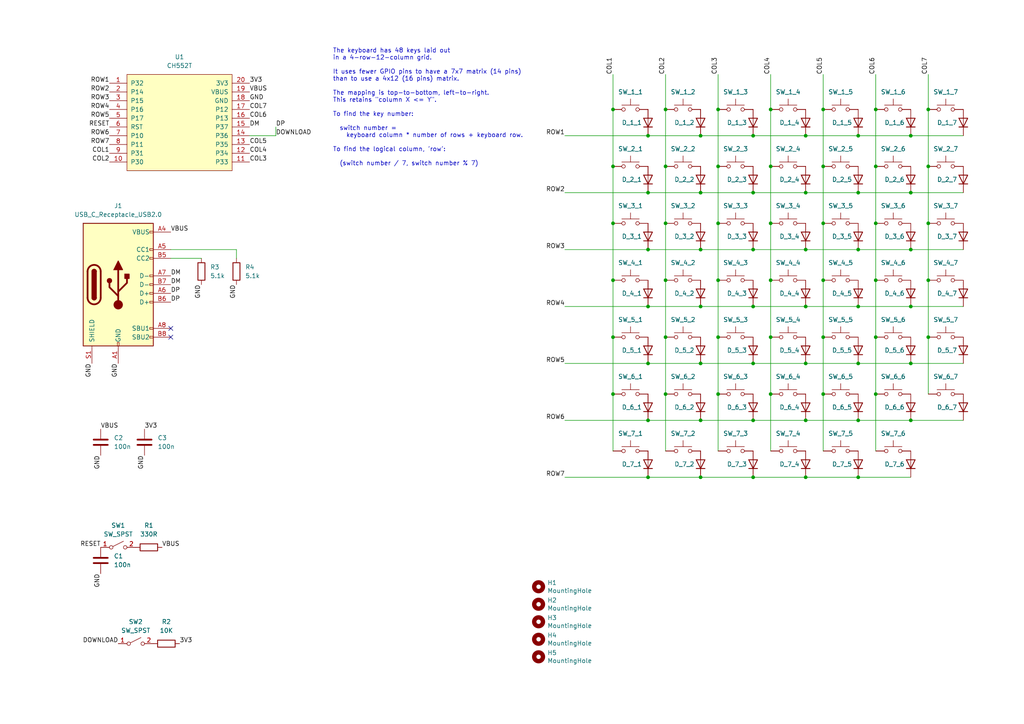
<source format=kicad_sch>
(kicad_sch (version 20230121) (generator eeschema)
  (paper "A4")
  (title_block (title "CH552-48") (date "2023-11-10") (rev "rev2023.1") (company "Richard Goulter (rgoulter)") (comment 1 "48-key on 7x7 logical grid.") (comment 2 "Simple 4x12 ortholinear keyboard using CH552 MCU.") (comment 3 "Project: https://github.com/rgoulter/keyboard-labs"))
  (lib_symbols
    (symbol "Connector:USB_C_Receptacle_USB2.0" (pin_names (offset 1.016))
      (property "Reference" "J" (at -10.16 19.05 0))
      (property "Value" "USB_C_Receptacle_USB2.0" (at 19.05 19.05 0))
      (symbol "USB_C_Receptacle_USB2.0_0_0"
        (rectangle (start -0.254 -17.78) (end 0.254 -16.764))
        (rectangle (start 10.16 -14.986) (end 9.144 -15.494))
        (rectangle (start 10.16 -12.446) (end 9.144 -12.954))
        (rectangle (start 10.16 -4.826) (end 9.144 -5.334))
        (rectangle (start 10.16 -2.286) (end 9.144 -2.794))
        (rectangle (start 10.16 0.254) (end 9.144 -0.254))
        (rectangle (start 10.16 2.794) (end 9.144 2.286))
        (rectangle (start 10.16 7.874) (end 9.144 7.366))
        (rectangle (start 10.16 10.414) (end 9.144 9.906))
        (rectangle (start 10.16 15.494) (end 9.144 14.986))
      )
      (symbol "USB_C_Receptacle_USB2.0_0_1"
        (rectangle (start -10.16 17.78) (end 10.16 -17.78) (stroke (width 0.254)) (fill (type background)))
        (arc (start -8.89 -3.81) (mid -6.985 -5.7067) (end -5.08 -3.81) (stroke (width 0.508)))
        (arc (start -7.62 -3.81) (mid -6.985 -4.4423) (end -6.35 -3.81) (stroke (width 0.254)))
        (arc (start -7.62 -3.81) (mid -6.985 -4.4423) (end -6.35 -3.81) (stroke (width 0.254)) (fill (type outline)))
        (rectangle (start -7.62 -3.81) (end -6.35 3.81) (stroke (width 0.254)) (fill (type outline)))
        (arc (start -6.35 3.81) (mid -6.985 4.4423) (end -7.62 3.81) (stroke (width 0.254)))
        (arc (start -6.35 3.81) (mid -6.985 4.4423) (end -7.62 3.81) (stroke (width 0.254)) (fill (type outline)))
        (arc (start -5.08 3.81) (mid -6.985 5.7067) (end -8.89 3.81) (stroke (width 0.508)))
        (circle (center -2.54 1.143) (radius 0.635) (stroke (width 0.254)) (fill (type outline)))
        (circle (center 0 -5.842) (radius 1.27) (fill (type outline)))
        (polyline (pts (xy -8.89 -3.81) (xy -8.89 3.81)) (stroke (width 0.508)))
        (polyline (pts (xy -5.08 3.81) (xy -5.08 -3.81)) (stroke (width 0.508)))
        (polyline (pts (xy 0 -5.842) (xy 0 4.318)) (stroke (width 0.508)))
        (polyline (pts (xy 0 -3.302) (xy -2.54 -0.762) (xy -2.54 0.508)) (stroke (width 0.508)))
        (polyline (pts (xy 0 -2.032) (xy 2.54 0.508) (xy 2.54 1.778)) (stroke (width 0.508)))
        (polyline (pts (xy -1.27 4.318) (xy 0 6.858) (xy 1.27 4.318) (xy -1.27 4.318)) (stroke (width 0.254)) (fill (type outline)))
        (rectangle (start 1.905 1.778) (end 3.175 3.048) (stroke (width 0.254)) (fill (type outline)))
      )
      (symbol "USB_C_Receptacle_USB2.0_1_1"
        (pin passive line (at 0 -22.86 90) (length 5.08) (name "GND") (number "A1"))
        (pin passive line (at 0 -22.86 90) (length 5.08) hide (name "GND") (number "A12"))
        (pin passive line (at 15.24 15.24 180) (length 5.08) (name "VBUS") (number "A4"))
        (pin bidirectional line (at 15.24 10.16 180) (length 5.08) (name "CC1") (number "A5"))
        (pin bidirectional line (at 15.24 -2.54 180) (length 5.08) (name "D+") (number "A6"))
        (pin bidirectional line (at 15.24 2.54 180) (length 5.08) (name "D-") (number "A7"))
        (pin bidirectional line (at 15.24 -12.7 180) (length 5.08) (name "SBU1") (number "A8"))
        (pin passive line (at 15.24 15.24 180) (length 5.08) hide (name "VBUS") (number "A9"))
        (pin passive line (at 0 -22.86 90) (length 5.08) hide (name "GND") (number "B1"))
        (pin passive line (at 0 -22.86 90) (length 5.08) hide (name "GND") (number "B12"))
        (pin passive line (at 15.24 15.24 180) (length 5.08) hide (name "VBUS") (number "B4"))
        (pin bidirectional line (at 15.24 7.62 180) (length 5.08) (name "CC2") (number "B5"))
        (pin bidirectional line (at 15.24 -5.08 180) (length 5.08) (name "D+") (number "B6"))
        (pin bidirectional line (at 15.24 0 180) (length 5.08) (name "D-") (number "B7"))
        (pin bidirectional line (at 15.24 -15.24 180) (length 5.08) (name "SBU2") (number "B8"))
        (pin passive line (at 15.24 15.24 180) (length 5.08) hide (name "VBUS") (number "B9"))
        (pin passive line (at -7.62 -22.86 90) (length 5.08) (name "SHIELD") (number "S1"))
      )
    )
    (symbol "Device:C" (pin_numbers hide) (pin_names (offset 0.254))
      (property "Reference" "C" (at 0.635 2.54 0))
      (property "Value" "C" (at 0.635 -2.54 0))
      (symbol "C_0_1"
        (polyline (pts (xy -2.032 -0.762) (xy 2.032 -0.762)) (stroke (width 0.508)))
        (polyline (pts (xy -2.032 0.762) (xy 2.032 0.762)) (stroke (width 0.508)))
      )
      (symbol "C_1_1"
        (pin passive line (at 0 3.81 270) (length 2.794) (name "~") (number "1"))
        (pin passive line (at 0 -3.81 90) (length 2.794) (name "~") (number "2"))
      )
    )
    (symbol "Device:D" (pin_numbers hide) (pin_names (offset 1.016) hide)
      (property "Reference" "D" (at 0 2.54 0))
      (property "Value" "D" (at 0 -2.54 0))
      (symbol "D_0_1"
        (polyline (pts (xy -1.27 1.27) (xy -1.27 -1.27)) (stroke (width 0.254)))
        (polyline (pts (xy 1.27 0) (xy -1.27 0)))
        (polyline (pts (xy 1.27 1.27) (xy 1.27 -1.27) (xy -1.27 0) (xy 1.27 1.27)) (stroke (width 0.254)))
      )
      (symbol "D_1_1"
        (pin passive line (at -3.81 0 0) (length 2.54) (name "K") (number "1"))
        (pin passive line (at 3.81 0 180) (length 2.54) (name "A") (number "2"))
      )
    )
    (symbol "Device:R" (pin_numbers hide) (pin_names (offset 0))
      (property "Reference" "R" (at 2.032 0 90))
      (property "Value" "R" (at 0 0 90))
      (symbol "R_0_1"
        (rectangle (start -1.016 -2.54) (end 1.016 2.54) (stroke (width 0.254)))
      )
      (symbol "R_1_1"
        (pin passive line (at 0 3.81 270) (length 1.27) (name "~") (number "1"))
        (pin passive line (at 0 -3.81 90) (length 1.27) (name "~") (number "2"))
      )
    )
    (symbol "Mechanical:MountingHole" (pin_names (offset 1.016))
      (property "Reference" "H" (at 0 5.08 0))
      (property "Value" "MountingHole" (at 0 3.175 0))
      (symbol "MountingHole_0_1"
        (circle (center 0 0) (radius 1.27) (stroke (width 1.27)))
      )
    )
    (symbol "ProjectLocal:CH552T" (pin_names (offset 1.016))
      (property "Reference" "U" (at -12.7 27.94 0))
      (property "Value" "CH552T" (at 0 12.7 90))
      (symbol "CH552T_0_1"
        (rectangle (start -15.24 25.4) (end 15.24 -2.54) (fill (type background)))
      )
      (symbol "CH552T_1_1"
        (pin bidirectional line (at -20.32 22.86 0) (length 5.08) (name "P32") (number "1"))
        (pin bidirectional line (at -20.32 0 0) (length 5.08) (name "P30") (number "10"))
        (pin bidirectional line (at 20.32 0 180) (length 5.08) (name "P33") (number "11"))
        (pin bidirectional line (at 20.32 2.54 180) (length 5.08) (name "P34") (number "12"))
        (pin bidirectional line (at 20.32 5.08 180) (length 5.08) (name "P35") (number "13"))
        (pin bidirectional line (at 20.32 7.62 180) (length 5.08) (name "P36") (number "14"))
        (pin bidirectional line (at 20.32 10.16 180) (length 5.08) (name "P37") (number "15"))
        (pin bidirectional line (at 20.32 12.7 180) (length 5.08) (name "P13") (number "16"))
        (pin bidirectional line (at 20.32 15.24 180) (length 5.08) (name "P12") (number "17"))
        (pin power_out line (at 20.32 17.78 180) (length 5.08) (name "GND") (number "18"))
        (pin power_out line (at 20.32 20.32 180) (length 5.08) (name "VBUS") (number "19"))
        (pin bidirectional line (at -20.32 20.32 0) (length 5.08) (name "P14") (number "2"))
        (pin power_out line (at 20.32 22.86 180) (length 5.08) (name "3V3") (number "20"))
        (pin bidirectional line (at -20.32 17.78 0) (length 5.08) (name "P15") (number "3"))
        (pin bidirectional line (at -20.32 15.24 0) (length 5.08) (name "P16") (number "4"))
        (pin bidirectional line (at -20.32 12.7 0) (length 5.08) (name "P17") (number "5"))
        (pin bidirectional line (at -20.32 10.16 0) (length 5.08) (name "RST") (number "6"))
        (pin bidirectional line (at -20.32 7.62 0) (length 5.08) (name "P10") (number "7"))
        (pin bidirectional line (at -20.32 5.08 0) (length 5.08) (name "P11") (number "8"))
        (pin bidirectional line (at -20.32 2.54 0) (length 5.08) (name "P31") (number "9"))
      )
    )
    (symbol "Switch:SW_Push" (pin_numbers hide) (pin_names (offset 1.016) hide)
      (property "Reference" "SW" (at 1.27 2.54 0))
      (property "Value" "SW_Push" (at 0 -1.524 0))
      (symbol "SW_Push_0_1"
        (circle (center -2.032 0) (radius 0.508))
        (polyline (pts (xy 0 1.27) (xy 0 3.048)))
        (polyline (pts (xy 2.54 1.27) (xy -2.54 1.27)))
        (circle (center 2.032 0) (radius 0.508))
        (pin passive line (at -5.08 0 0) (length 2.54) (name "1") (number "1"))
        (pin passive line (at 5.08 0 180) (length 2.54) (name "2") (number "2"))
      )
    )
    (symbol "Switch:SW_SPST" (pin_names (offset 0) hide)
      (property "Reference" "SW" (at 0 3.175 0))
      (property "Value" "SW_SPST" (at 0 -2.54 0))
      (symbol "SW_SPST_0_0"
        (circle (center -2.032 0) (radius 0.508))
        (polyline (pts (xy -1.524 0.254) (xy 1.524 1.778)))
        (circle (center 2.032 0) (radius 0.508))
      )
      (symbol "SW_SPST_1_1"
        (pin passive line (at -5.08 0 0) (length 2.54) (name "A") (number "1"))
        (pin passive line (at 5.08 0 180) (length 2.54) (name "B") (number "2"))
      )
    )
  )
  (junction (at 238.76 97.79))
  (junction (at 233.68 72.39))
  (junction (at 208.28 31.75))
  (junction (at 238.76 81.28))
  (junction (at 218.44 105.41))
  (junction (at 203.2 39.37))
  (junction (at 177.8 48.26))
  (junction (at 233.68 138.43))
  (junction (at 208.28 97.79))
  (junction (at 248.92 138.43))
  (junction (at 187.96 55.88))
  (junction (at 233.68 121.92))
  (junction (at 269.24 81.28))
  (junction (at 223.52 31.75))
  (junction (at 193.04 81.28))
  (junction (at 269.24 64.77))
  (junction (at 193.04 114.3))
  (junction (at 187.96 121.92))
  (junction (at 254 48.26))
  (junction (at 218.44 55.88))
  (junction (at 223.52 81.28))
  (junction (at 233.68 88.9))
  (junction (at 233.68 39.37))
  (junction (at 187.96 88.9))
  (junction (at 264.16 72.39))
  (junction (at 248.92 88.9))
  (junction (at 208.28 48.26))
  (junction (at 177.8 31.75))
  (junction (at 238.76 48.26))
  (junction (at 218.44 121.92))
  (junction (at 218.44 39.37))
  (junction (at 203.2 105.41))
  (junction (at 264.16 88.9))
  (junction (at 248.92 72.39))
  (junction (at 193.04 64.77))
  (junction (at 254 97.79))
  (junction (at 238.76 114.3))
  (junction (at 193.04 48.26))
  (junction (at 203.2 72.39))
  (junction (at 218.44 138.43))
  (junction (at 248.92 39.37))
  (junction (at 223.52 114.3))
  (junction (at 238.76 64.77))
  (junction (at 254 81.28))
  (junction (at 233.68 55.88))
  (junction (at 203.2 121.92))
  (junction (at 177.8 64.77))
  (junction (at 193.04 31.75))
  (junction (at 254 114.3))
  (junction (at 233.68 105.41))
  (junction (at 269.24 48.26))
  (junction (at 223.52 97.79))
  (junction (at 264.16 105.41))
  (junction (at 177.8 81.28))
  (junction (at 254 31.75))
  (junction (at 238.76 31.75))
  (junction (at 218.44 72.39))
  (junction (at 269.24 97.79))
  (junction (at 203.2 55.88))
  (junction (at 248.92 121.92))
  (junction (at 269.24 31.75))
  (junction (at 187.96 72.39))
  (junction (at 187.96 138.43))
  (junction (at 264.16 39.37))
  (junction (at 203.2 138.43))
  (junction (at 264.16 55.88))
  (junction (at 223.52 48.26))
  (junction (at 177.8 97.79))
  (junction (at 193.04 97.79))
  (junction (at 254 64.77))
  (junction (at 208.28 64.77))
  (junction (at 223.52 64.77))
  (junction (at 187.96 39.37))
  (junction (at 187.96 105.41))
  (junction (at 248.92 105.41))
  (junction (at 203.2 88.9))
  (junction (at 208.28 114.3))
  (junction (at 264.16 121.92))
  (junction (at 248.92 55.88))
  (junction (at 218.44 88.9))
  (junction (at 208.28 81.28))
  (junction (at 177.8 114.3))
  (no_connect (at 49.53 95.25))
  (no_connect (at 49.53 97.79))
  (wire (pts (xy 238.76 114.3) (xy 238.76 130.81)))
  (wire (pts (xy 269.24 64.77) (xy 269.24 81.28)))
  (wire (pts (xy 223.52 21.59) (xy 223.52 31.75)))
  (wire (pts (xy 269.24 48.26) (xy 269.24 64.77)))
  (wire (pts (xy 264.16 72.39) (xy 279.4 72.39)))
  (wire (pts (xy 203.2 39.37) (xy 218.44 39.37)))
  (wire (pts (xy 233.68 72.39) (xy 248.92 72.39)))
  (wire (pts (xy 177.8 114.3) (xy 177.8 130.81)))
  (wire (pts (xy 254 81.28) (xy 254 97.79)))
  (wire (pts (xy 163.83 121.92) (xy 187.96 121.92)))
  (wire (pts (xy 208.28 31.75) (xy 208.28 48.26)))
  (wire (pts (xy 187.96 72.39) (xy 203.2 72.39)))
  (wire (pts (xy 208.28 81.28) (xy 208.28 97.79)))
  (wire (pts (xy 208.28 64.77) (xy 208.28 81.28)))
  (wire (pts (xy 264.16 88.9) (xy 279.4 88.9)))
  (wire (pts (xy 203.2 105.41) (xy 218.44 105.41)))
  (wire (pts (xy 248.92 72.39) (xy 264.16 72.39)))
  (wire (pts (xy 187.96 138.43) (xy 163.83 138.43)))
  (wire (pts (xy 248.92 88.9) (xy 264.16 88.9)))
  (wire (pts (xy 223.52 81.28) (xy 223.52 97.79)))
  (wire (pts (xy 248.92 55.88) (xy 264.16 55.88)))
  (wire (pts (xy 187.96 138.43) (xy 203.2 138.43)))
  (wire (pts (xy 218.44 72.39) (xy 233.68 72.39)))
  (wire (pts (xy 264.16 55.88) (xy 279.4 55.88)))
  (wire (pts (xy 248.92 138.43) (xy 264.16 138.43)))
  (wire (pts (xy 238.76 81.28) (xy 238.76 97.79)))
  (wire (pts (xy 264.16 121.92) (xy 279.4 121.92)))
  (wire (pts (xy 264.16 105.41) (xy 279.4 105.41)))
  (wire (pts (xy 254 97.79) (xy 254 114.3)))
  (wire (pts (xy 187.96 39.37) (xy 203.2 39.37)))
  (wire (pts (xy 254 48.26) (xy 254 64.77)))
  (wire (pts (xy 218.44 121.92) (xy 233.68 121.92)))
  (wire (pts (xy 187.96 55.88) (xy 163.83 55.88)))
  (wire (pts (xy 269.24 81.28) (xy 269.24 97.79)))
  (wire (pts (xy 254 64.77) (xy 254 81.28)))
  (wire (pts (xy 233.68 121.92) (xy 248.92 121.92)))
  (wire (pts (xy 233.68 88.9) (xy 248.92 88.9)))
  (wire (pts (xy 193.04 81.28) (xy 193.04 97.79)))
  (wire (pts (xy 233.68 138.43) (xy 248.92 138.43)))
  (wire (pts (xy 233.68 105.41) (xy 248.92 105.41)))
  (wire (pts (xy 203.2 55.88) (xy 218.44 55.88)))
  (wire (pts (xy 177.8 48.26) (xy 177.8 64.77)))
  (wire (pts (xy 187.96 72.39) (xy 163.83 72.39)))
  (wire (pts (xy 193.04 31.75) (xy 193.04 48.26)))
  (wire (pts (xy 193.04 64.77) (xy 193.04 81.28)))
  (wire (pts (xy 193.04 97.79) (xy 193.04 114.3)))
  (wire (pts (xy 49.53 74.93) (xy 58.42 74.93)))
  (wire (pts (xy 238.76 64.77) (xy 238.76 81.28)))
  (wire (pts (xy 248.92 39.37) (xy 264.16 39.37)))
  (wire (pts (xy 203.2 121.92) (xy 218.44 121.92)))
  (wire (pts (xy 223.52 114.3) (xy 223.52 130.81)))
  (wire (pts (xy 177.8 97.79) (xy 177.8 114.3)))
  (wire (pts (xy 254 114.3) (xy 254 130.81)))
  (wire (pts (xy 208.28 48.26) (xy 208.28 64.77)))
  (wire (pts (xy 49.53 72.39) (xy 68.58 72.39)))
  (wire (pts (xy 193.04 48.26) (xy 193.04 64.77)))
  (wire (pts (xy 269.24 21.59) (xy 269.24 31.75)))
  (wire (pts (xy 177.8 64.77) (xy 177.8 81.28)))
  (wire (pts (xy 248.92 121.92) (xy 264.16 121.92)))
  (wire (pts (xy 248.92 105.41) (xy 264.16 105.41)))
  (wire (pts (xy 223.52 48.26) (xy 223.52 64.77)))
  (wire (pts (xy 203.2 72.39) (xy 218.44 72.39)))
  (wire (pts (xy 254 21.59) (xy 254 31.75)))
  (wire (pts (xy 68.58 74.93) (xy 68.58 72.39)))
  (wire (pts (xy 203.2 138.43) (xy 218.44 138.43)))
  (wire (pts (xy 80.01 36.83) (xy 80.01 39.37)))
  (wire (pts (xy 223.52 31.75) (xy 223.52 48.26)))
  (wire (pts (xy 208.28 21.59) (xy 208.28 31.75)))
  (wire (pts (xy 269.24 97.79) (xy 269.24 114.3)))
  (wire (pts (xy 193.04 21.59) (xy 193.04 31.75)))
  (wire (pts (xy 269.24 31.75) (xy 269.24 48.26)))
  (wire (pts (xy 223.52 64.77) (xy 223.52 81.28)))
  (wire (pts (xy 264.16 39.37) (xy 279.4 39.37)))
  (wire (pts (xy 238.76 48.26) (xy 238.76 64.77)))
  (wire (pts (xy 208.28 97.79) (xy 208.28 114.3)))
  (wire (pts (xy 218.44 88.9) (xy 233.68 88.9)))
  (wire (pts (xy 208.28 114.3) (xy 208.28 130.81)))
  (wire (pts (xy 218.44 55.88) (xy 233.68 55.88)))
  (wire (pts (xy 163.83 88.9) (xy 187.96 88.9)))
  (wire (pts (xy 187.96 121.92) (xy 203.2 121.92)))
  (wire (pts (xy 254 31.75) (xy 254 48.26)))
  (wire (pts (xy 238.76 31.75) (xy 238.76 48.26)))
  (wire (pts (xy 218.44 138.43) (xy 233.68 138.43)))
  (wire (pts (xy 233.68 39.37) (xy 248.92 39.37)))
  (wire (pts (xy 203.2 88.9) (xy 218.44 88.9)))
  (wire (pts (xy 233.68 55.88) (xy 248.92 55.88)))
  (wire (pts (xy 72.39 39.37) (xy 80.01 39.37)))
  (wire (pts (xy 187.96 39.37) (xy 163.83 39.37)))
  (wire (pts (xy 187.96 88.9) (xy 203.2 88.9)))
  (wire (pts (xy 193.04 114.3) (xy 193.04 130.81)))
  (wire (pts (xy 223.52 97.79) (xy 223.52 114.3)))
  (wire (pts (xy 187.96 55.88) (xy 203.2 55.88)))
  (wire (pts (xy 177.8 81.28) (xy 177.8 97.79)))
  (wire (pts (xy 238.76 97.79) (xy 238.76 114.3)))
  (wire (pts (xy 238.76 21.59) (xy 238.76 31.75)))
  (wire (pts (xy 177.8 31.75) (xy 177.8 48.26)))
  (wire (pts (xy 187.96 105.41) (xy 163.83 105.41)))
  (wire (pts (xy 187.96 105.41) (xy 203.2 105.41)))
  (wire (pts (xy 218.44 105.41) (xy 233.68 105.41)))
  (wire (pts (xy 177.8 21.59) (xy 177.8 31.75)))
  (wire (pts (xy 218.44 39.37) (xy 233.68 39.37)))
  (text "The keyboard has 48 keys laid out\nin a 4-row-12-column grid.\n\nIt uses fewer GPIO pins to have a 7x7 matrix (14 pins)\nthan to use a 4x12 (16 pins) matrix.\n\nThe mapping is top-to-bottom, left-to-right.\nThis retains \"column X <= Y\".\n\nTo find the key number:\n\n  switch number =\n    keyboard column * number of rows + keyboard row.\n\nTo find the logical column, 'row':\n\n  (switch number / 7, switch number % 7)" (at 96.52 48.26 0) (effects (font (size 1.27 1.27)) (justify left bottom)))
  (label "3V3" (at 72.39 24.13 0))
  (label "COL4" (at 223.52 21.59 90))
  (label "ROW2" (at 163.83 55.88 180))
  (label "RESET" (at 29.21 158.75 180))
  (label "GND" (at 29.21 132.08 270))
  (label "COL1" (at 177.8 21.59 90))
  (label "VBUS" (at 29.21 124.46 0))
  (label "COL2" (at 193.04 21.59 90))
  (label "COL5" (at 238.76 21.59 90))
  (label "RESET" (at 31.75 36.83 180))
  (label "COL6" (at 72.39 34.29 0))
  (label "COL4" (at 72.39 44.45 0))
  (label "GND" (at 26.67 105.41 270))
  (label "ROW4" (at 163.83 88.9 180))
  (label "VBUS" (at 49.53 67.31 0))
  (label "DP" (at 49.53 87.63 0))
  (label "3V3" (at 41.91 124.46 0))
  (label "DM" (at 49.53 82.55 0))
  (label "ROW1" (at 163.83 39.37 180))
  (label "COL1" (at 31.75 44.45 180))
  (label "VBUS" (at 46.99 158.75 0))
  (label "GND" (at 29.21 166.37 270))
  (label "GND" (at 68.58 82.55 270))
  (label "COL3" (at 208.28 21.59 90))
  (label "ROW5" (at 163.83 105.41 180))
  (label "DP" (at 80.01 36.83 0))
  (label "ROW3" (at 31.75 29.21 180))
  (label "COL2" (at 31.75 46.99 180))
  (label "DP" (at 49.53 85.09 0))
  (label "ROW6" (at 31.75 39.37 180))
  (label "GND" (at 58.42 82.55 270))
  (label "ROW4" (at 31.75 31.75 180))
  (label "GND" (at 34.29 105.41 270))
  (label "DM" (at 72.39 36.83 0))
  (label "COL6" (at 254 21.59 90))
  (label "COL3" (at 72.39 46.99 0))
  (label "GND" (at 41.91 132.08 270))
  (label "ROW3" (at 163.83 72.39 180))
  (label "GND" (at 72.39 29.21 0))
  (label "3V3" (at 52.07 186.69 0))
  (label "ROW7" (at 31.75 41.91 180))
  (label "ROW5" (at 31.75 34.29 180))
  (label "COL5" (at 72.39 41.91 0))
  (label "COL7" (at 72.39 31.75 0))
  (label "DOWNLOAD" (at 80.01 39.37 0))
  (label "COL7" (at 269.24 21.59 90))
  (label "ROW2" (at 31.75 26.67 180))
  (label "DM" (at 49.53 80.01 0))
  (label "VBUS" (at 72.39 26.67 0))
  (label "ROW6" (at 163.83 121.92 180))
  (label "ROW1" (at 31.75 24.13 180))
  (label "ROW7" (at 163.83 138.43 180))
  (label "DOWNLOAD" (at 34.29 186.69 180))
  (symbol (lib_id "Switch:SW_SPST") (at 34.29 158.75 0) (unit 1)
    (property "Reference" "SW1" (at 34.29 152.4 0))
    (property "Value" "SW_SPST" (at 34.29 154.94 0))
    (property "Footprint" "Connector_Wire:SolderWire-0.5sqmm_1x02_P4.6mm_D0.9mm_OD2.1mm" (effects hide))
  )
  (symbol (lib_id "Device:D") (at 187.96 85.09 90) (unit 1)
    (property "Reference" "D_4_1" (at 180.34 85.09 90) (effects (justify right)))
    (property "Value" "1N4148" (effects hide))
    (property "Footprint" "Diode_SMD:D_1206_3216Metric" (effects hide))
    (property "Description" "Diode (Through-hole or 0805)" (effects hide))
    (property "LCSC" "C9808" (effects hide))
  )
  (symbol (lib_id "Switch:SW_Push") (at 259.08 114.3 0) (unit 1)
    (property "Reference" "SW_6_6" (at 259.08 109.22 0))
    (property "Value" "MX-compatible or Kailh Choc v1" (effects hide))
    (property "Footprint" "ProjectLocal:SW_Redragon_LowProfile_PCB_1.00u" (effects hide))
    (property "Description" "Mechanical Keyboard Switch" (effects hide))
  )
  (symbol (lib_id "ProjectLocal:CH552T") (at 52.07 46.99 0) (unit 1)
    (property "Reference" "U1" (at 52.07 16.51 0))
    (property "Value" "CH552T" (at 52.07 19.05 0))
    (property "Footprint" "Package_SO:TSSOP-20_4.4x6.5mm_P0.65mm" (effects hide))
    (property "LCSC" "C111367" (effects hide))
  )
  (symbol (lib_id "Switch:SW_Push") (at 198.12 64.77 0) (unit 1)
    (property "Reference" "SW_3_2" (at 198.12 59.69 0))
    (property "Value" "MX-compatible or Kailh Choc v1" (effects hide))
    (property "Footprint" "ProjectLocal:SW_Redragon_LowProfile_PCB_1.00u" (effects hide))
    (property "Description" "Mechanical Keyboard Switch" (effects hide))
  )
  (symbol (lib_id "Device:D") (at 203.2 118.11 90) (unit 1)
    (property "Reference" "D_6_2" (at 195.58 118.11 90) (effects (justify right)))
    (property "Value" "1N4148" (effects hide))
    (property "Footprint" "Diode_SMD:D_1206_3216Metric" (effects hide))
    (property "Description" "Diode (Through-hole or 0805)" (effects hide))
    (property "LCSC" "C9808" (effects hide))
  )
  (symbol (lib_id "Switch:SW_Push") (at 228.6 130.81 0) (unit 1)
    (property "Reference" "SW_7_4" (at 228.6 125.73 0))
    (property "Value" "MX-compatible or Kailh Choc v1" (effects hide))
    (property "Footprint" "ProjectLocal:SW_Redragon_LowProfile_PCB_1.00u" (effects hide))
    (property "Description" "Mechanical Keyboard Switch" (effects hide))
  )
  (symbol (lib_id "Switch:SW_Push") (at 213.36 114.3 0) (unit 1)
    (property "Reference" "SW_6_3" (at 213.36 109.22 0))
    (property "Value" "MX-compatible or Kailh Choc v1" (effects hide))
    (property "Footprint" "ProjectLocal:SW_Redragon_LowProfile_PCB_1.00u" (effects hide))
    (property "Description" "Mechanical Keyboard Switch" (effects hide))
  )
  (symbol (lib_id "Device:D") (at 248.92 85.09 90) (unit 1)
    (property "Reference" "D_4_5" (at 241.3 85.09 90) (effects (justify right)))
    (property "Value" "1N4148" (effects hide))
    (property "Footprint" "Diode_SMD:D_1206_3216Metric" (effects hide))
    (property "Description" "Diode (Through-hole or 0805)" (effects hide))
    (property "LCSC" "C9808" (effects hide))
  )
  (symbol (lib_id "Device:D") (at 248.92 35.56 90) (unit 1)
    (property "Reference" "D_1_5" (at 241.3 35.56 90) (effects (justify right)))
    (property "Value" "1N4148" (effects hide))
    (property "Footprint" "Diode_SMD:D_1206_3216Metric" (effects hide))
    (property "Description" "Diode (Through-hole or 0805)" (effects hide))
    (property "LCSC" "C9808" (effects hide))
  )
  (symbol (lib_id "Device:D") (at 218.44 85.09 90) (unit 1)
    (property "Reference" "D_4_3" (at 210.82 85.09 90) (effects (justify right)))
    (property "Value" "1N4148" (effects hide))
    (property "Footprint" "Diode_SMD:D_1206_3216Metric" (effects hide))
    (property "Description" "Diode (Through-hole or 0805)" (effects hide))
    (property "LCSC" "C9808" (effects hide))
  )
  (symbol (lib_id "Switch:SW_Push") (at 228.6 81.28 0) (unit 1)
    (property "Reference" "SW_4_4" (at 228.6 76.2 0))
    (property "Value" "MX-compatible or Kailh Choc v1" (effects hide))
    (property "Footprint" "ProjectLocal:SW_Redragon_LowProfile_PCB_1.00u" (effects hide))
    (property "Description" "Mechanical Keyboard Switch" (effects hide))
  )
  (symbol (lib_id "Switch:SW_Push") (at 198.12 31.75 0) (unit 1)
    (property "Reference" "SW_1_2" (at 198.12 26.67 0))
    (property "Value" "MX-compatible or Kailh Choc v1" (effects hide))
    (property "Footprint" "ProjectLocal:SW_Redragon_LowProfile_PCB_1.00u" (effects hide))
    (property "Description" "Mechanical Keyboard Switch" (effects hide))
  )
  (symbol (lib_id "Switch:SW_Push") (at 228.6 31.75 0) (unit 1)
    (property "Reference" "SW_1_4" (at 228.6 26.67 0))
    (property "Value" "MX-compatible or Kailh Choc v1" (effects hide))
    (property "Footprint" "ProjectLocal:SW_Redragon_LowProfile_PCB_1.00u" (effects hide))
    (property "Description" "Mechanical Keyboard Switch" (effects hide))
  )
  (symbol (lib_id "Mechanical:MountingHole") (at 156.21 180.34 0) (unit 1)
    (property "Reference" "H3" (at 158.75 179.1716 0) (effects (justify left)))
    (property "Value" "MountingHole" (at 158.75 181.483 0) (effects (justify left)))
    (property "Footprint" "MountingHole:MountingHole_2.2mm_M2_DIN965" (effects hide))
  )
  (symbol (lib_id "Device:R") (at 58.42 78.74 0) (unit 1)
    (property "Reference" "R3" (at 60.96 77.47 0) (effects (justify left)))
    (property "Value" "5.1k" (at 60.96 80.01 0) (effects (justify left)))
    (property "Footprint" "Resistor_SMD:R_0805_2012Metric" (effects hide))
    (property "LCSC" "C27834" (effects hide))
  )
  (symbol (lib_id "Device:D") (at 187.96 134.62 90) (unit 1)
    (property "Reference" "D_7_1" (at 180.34 134.62 90) (effects (justify right)))
    (property "Value" "1N4148" (effects hide))
    (property "Footprint" "Diode_SMD:D_1206_3216Metric" (effects hide))
    (property "Description" "Diode (Through-hole or 0805)" (effects hide))
    (property "LCSC" "C9808" (effects hide))
  )
  (symbol (lib_id "Mechanical:MountingHole") (at 156.21 175.26 0) (unit 1)
    (property "Reference" "H2" (at 158.75 174.0916 0) (effects (justify left)))
    (property "Value" "MountingHole" (at 158.75 176.403 0) (effects (justify left)))
    (property "Footprint" "MountingHole:MountingHole_2.2mm_M2_DIN965" (effects hide))
  )
  (symbol (lib_id "Device:D") (at 264.16 68.58 90) (unit 1)
    (property "Reference" "D_3_6" (at 256.54 68.58 90) (effects (justify right)))
    (property "Value" "1N4148" (effects hide))
    (property "Footprint" "Diode_SMD:D_1206_3216Metric" (effects hide))
    (property "Description" "Diode (Through-hole or 0805)" (effects hide))
    (property "LCSC" "C9808" (effects hide))
  )
  (symbol (lib_id "Device:D") (at 248.92 134.62 90) (unit 1)
    (property "Reference" "D_7_5" (at 241.3 134.62 90) (effects (justify right)))
    (property "Value" "1N4148" (effects hide))
    (property "Footprint" "Diode_SMD:D_1206_3216Metric" (effects hide))
    (property "Description" "Diode (Through-hole or 0805)" (effects hide))
    (property "LCSC" "C9808" (effects hide))
  )
  (symbol (lib_id "Device:D") (at 218.44 134.62 90) (unit 1)
    (property "Reference" "D_7_3" (at 210.82 134.62 90) (effects (justify right)))
    (property "Value" "1N4148" (effects hide))
    (property "Footprint" "Diode_SMD:D_1206_3216Metric" (effects hide))
    (property "Description" "Diode (Through-hole or 0805)" (effects hide))
    (property "LCSC" "C9808" (effects hide))
  )
  (symbol (lib_id "Switch:SW_Push") (at 259.08 31.75 0) (unit 1)
    (property "Reference" "SW_1_6" (at 259.08 26.67 0))
    (property "Value" "MX-compatible or Kailh Choc v1" (effects hide))
    (property "Footprint" "ProjectLocal:SW_Redragon_LowProfile_PCB_1.00u" (effects hide))
    (property "Description" "Mechanical Keyboard Switch" (effects hide))
  )
  (symbol (lib_id "Device:D") (at 233.68 85.09 90) (unit 1)
    (property "Reference" "D_4_4" (at 226.06 85.09 90) (effects (justify right)))
    (property "Value" "1N4148" (effects hide))
    (property "Footprint" "Diode_SMD:D_1206_3216Metric" (effects hide))
    (property "Description" "Diode (Through-hole or 0805)" (effects hide))
    (property "LCSC" "C9808" (effects hide))
  )
  (symbol (lib_id "Device:D") (at 264.16 134.62 90) (unit 1)
    (property "Reference" "D_7_6" (at 256.54 134.62 90) (effects (justify right)))
    (property "Value" "1N4148" (effects hide))
    (property "Footprint" "Diode_SMD:D_1206_3216Metric" (effects hide))
    (property "Description" "Diode (Through-hole or 0805)" (effects hide))
    (property "LCSC" "C9808" (effects hide))
  )
  (symbol (lib_id "Device:D") (at 233.68 101.6 90) (unit 1)
    (property "Reference" "D_5_4" (at 226.06 101.6 90) (effects (justify right)))
    (property "Value" "1N4148" (effects hide))
    (property "Footprint" "Diode_SMD:D_1206_3216Metric" (effects hide))
    (property "Description" "Diode (Through-hole or 0805)" (effects hide))
    (property "LCSC" "C9808" (effects hide))
  )
  (symbol (lib_id "Device:D") (at 279.4 118.11 90) (unit 1)
    (property "Reference" "D_6_7" (at 271.78 118.11 90) (effects (justify right)))
    (property "Value" "1N4148" (effects hide))
    (property "Footprint" "Diode_SMD:D_1206_3216Metric" (effects hide))
    (property "Description" "Diode (Through-hole or 0805)" (effects hide))
    (property "LCSC" "C9808" (effects hide))
  )
  (symbol (lib_id "Device:D") (at 248.92 68.58 90) (unit 1)
    (property "Reference" "D_3_5" (at 241.3 68.58 90) (effects (justify right)))
    (property "Value" "1N4148" (effects hide))
    (property "Footprint" "Diode_SMD:D_1206_3216Metric" (effects hide))
    (property "Description" "Diode (Through-hole or 0805)" (effects hide))
    (property "LCSC" "C9808" (effects hide))
  )
  (symbol (lib_id "Device:C") (at 29.21 162.56 0) (unit 1)
    (property "Reference" "C1" (at 33.02 161.29 0) (effects (justify left)))
    (property "Value" "100n" (at 33.02 163.83 0) (effects (justify left)))
    (property "Footprint" "Capacitor_SMD:C_0805_2012Metric" (effects hide))
    (property "LCSC" "C49678" (effects hide))
  )
  (symbol (lib_id "Switch:SW_Push") (at 182.88 97.79 0) (unit 1)
    (property "Reference" "SW_5_1" (at 182.88 92.71 0))
    (property "Value" "MX-compatible or Kailh Choc v1" (effects hide))
    (property "Footprint" "ProjectLocal:SW_Redragon_LowProfile_PCB_1.00u" (effects hide))
    (property "Description" "Mechanical Keyboard Switch" (effects hide))
  )
  (symbol (lib_id "Switch:SW_Push") (at 274.32 114.3 0) (unit 1)
    (property "Reference" "SW_6_7" (at 274.32 109.22 0))
    (property "Value" "MX-compatible or Kailh Choc v1" (effects hide))
    (property "Footprint" "ProjectLocal:SW_Redragon_LowProfile_PCB_1.00u" (effects hide))
    (property "Description" "Mechanical Keyboard Switch" (effects hide))
  )
  (symbol (lib_id "Device:D") (at 233.68 134.62 90) (unit 1)
    (property "Reference" "D_7_4" (at 226.06 134.62 90) (effects (justify right)))
    (property "Value" "1N4148" (effects hide))
    (property "Footprint" "Diode_SMD:D_1206_3216Metric" (effects hide))
    (property "Description" "Diode (Through-hole or 0805)" (effects hide))
    (property "LCSC" "C9808" (effects hide))
  )
  (symbol (lib_id "Connector:USB_C_Receptacle_USB2.0") (at 34.29 82.55 0) (unit 1)
    (property "Reference" "J1" (at 34.29 59.69 0))
    (property "Value" "USB_C_Receptacle_USB2.0" (at 34.29 62.23 0))
    (property "Footprint" "Connector_USB:USB_C_Receptacle_HRO_TYPE-C-31-M-12" (effects hide))
    (property "Datasheet" "https://www.usb.org/sites/default/files/documents/usb_type-c.zip" (effects hide))
  )
  (symbol (lib_id "Switch:SW_SPST") (at 39.37 186.69 0) (unit 1)
    (property "Reference" "SW2" (at 39.37 180.34 0))
    (property "Value" "SW_SPST" (at 39.37 182.88 0))
    (property "Footprint" "Connector_Wire:SolderWire-0.5sqmm_1x02_P4.6mm_D0.9mm_OD2.1mm" (effects hide))
  )
  (symbol (lib_id "Device:D") (at 279.4 68.58 90) (unit 1)
    (property "Reference" "D_3_7" (at 271.78 68.58 90) (effects (justify right)))
    (property "Value" "1N4148" (effects hide))
    (property "Footprint" "Diode_SMD:D_1206_3216Metric" (effects hide))
    (property "Description" "Diode (Through-hole or 0805)" (effects hide))
    (property "LCSC" "C9808" (effects hide))
  )
  (symbol (lib_id "Switch:SW_Push") (at 243.84 64.77 0) (unit 1)
    (property "Reference" "SW_3_5" (at 243.84 59.69 0))
    (property "Value" "MX-compatible or Kailh Choc v1" (effects hide))
    (property "Footprint" "ProjectLocal:SW_Redragon_LowProfile_PCB_1.00u" (effects hide))
    (property "Description" "Mechanical Keyboard Switch" (effects hide))
  )
  (symbol (lib_id "Device:C") (at 29.21 128.27 0) (unit 1)
    (property "Reference" "C2" (at 33.02 127 0) (effects (justify left)))
    (property "Value" "100n" (at 33.02 129.54 0) (effects (justify left)))
    (property "Footprint" "Capacitor_SMD:C_0805_2012Metric" (effects hide))
    (property "LCSC" "C49678" (effects hide))
  )
  (symbol (lib_id "Switch:SW_Push") (at 182.88 48.26 0) (unit 1)
    (property "Reference" "SW_2_1" (at 182.88 43.18 0))
    (property "Value" "MX-compatible or Kailh Choc v1" (effects hide))
    (property "Footprint" "ProjectLocal:SW_Redragon_LowProfile_PCB_1.00u" (effects hide))
    (property "Description" "Mechanical Keyboard Switch" (effects hide))
  )
  (symbol (lib_id "Switch:SW_Push") (at 213.36 81.28 0) (unit 1)
    (property "Reference" "SW_4_3" (at 213.36 76.2 0))
    (property "Value" "MX-compatible or Kailh Choc v1" (effects hide))
    (property "Footprint" "ProjectLocal:SW_Redragon_LowProfile_PCB_1.00u" (effects hide))
    (property "Description" "Mechanical Keyboard Switch" (effects hide))
  )
  (symbol (lib_id "Device:D") (at 264.16 118.11 90) (unit 1)
    (property "Reference" "D_6_6" (at 256.54 118.11 90) (effects (justify right)))
    (property "Value" "1N4148" (effects hide))
    (property "Footprint" "Diode_SMD:D_1206_3216Metric" (effects hide))
    (property "Description" "Diode (Through-hole or 0805)" (effects hide))
    (property "LCSC" "C9808" (effects hide))
  )
  (symbol (lib_id "Switch:SW_Push") (at 243.84 114.3 0) (unit 1)
    (property "Reference" "SW_6_5" (at 243.84 109.22 0))
    (property "Value" "MX-compatible or Kailh Choc v1" (effects hide))
    (property "Footprint" "ProjectLocal:SW_Redragon_LowProfile_PCB_1.00u" (effects hide))
    (property "Description" "Mechanical Keyboard Switch" (effects hide))
  )
  (symbol (lib_id "Switch:SW_Push") (at 198.12 97.79 0) (unit 1)
    (property "Reference" "SW_5_2" (at 198.12 92.71 0))
    (property "Value" "MX-compatible or Kailh Choc v1" (effects hide))
    (property "Footprint" "ProjectLocal:SW_Redragon_LowProfile_PCB_1.00u" (effects hide))
    (property "Description" "Mechanical Keyboard Switch" (effects hide))
  )
  (symbol (lib_id "Device:D") (at 203.2 52.07 90) (unit 1)
    (property "Reference" "D_2_2" (at 195.58 52.07 90) (effects (justify right)))
    (property "Value" "1N4148" (effects hide))
    (property "Footprint" "Diode_SMD:D_1206_3216Metric" (effects hide))
    (property "Description" "Diode (Through-hole or 0805)" (effects hide))
    (property "LCSC" "C9808" (effects hide))
  )
  (symbol (lib_id "Device:R") (at 43.18 158.75 90) (unit 1)
    (property "Reference" "R1" (at 43.18 152.4 90))
    (property "Value" "330R" (at 43.18 154.94 90))
    (property "Footprint" "Resistor_SMD:R_0805_2012Metric" (effects hide))
    (property "LCSC" "C17630" (effects hide))
  )
  (symbol (lib_id "Switch:SW_Push") (at 243.84 31.75 0) (unit 1)
    (property "Reference" "SW_1_5" (at 243.84 26.67 0))
    (property "Value" "MX-compatible or Kailh Choc v1" (effects hide))
    (property "Footprint" "ProjectLocal:SW_Redragon_LowProfile_PCB_1.00u" (effects hide))
    (property "Description" "Mechanical Keyboard Switch" (effects hide))
  )
  (symbol (lib_id "Switch:SW_Push") (at 213.36 31.75 0) (unit 1)
    (property "Reference" "SW_1_3" (at 213.36 26.67 0))
    (property "Value" "MX-compatible or Kailh Choc v1" (effects hide))
    (property "Footprint" "ProjectLocal:SW_Redragon_LowProfile_PCB_1.00u" (effects hide))
    (property "Description" "Mechanical Keyboard Switch" (effects hide))
  )
  (symbol (lib_id "Switch:SW_Push") (at 274.32 81.28 0) (unit 1)
    (property "Reference" "SW_4_7" (at 274.32 76.2 0))
    (property "Value" "MX-compatible or Kailh Choc v1" (effects hide))
    (property "Footprint" "ProjectLocal:SW_Redragon_LowProfile_PCB_1.00u" (effects hide))
    (property "Description" "Mechanical Keyboard Switch" (effects hide))
  )
  (symbol (lib_id "Device:D") (at 187.96 52.07 90) (unit 1)
    (property "Reference" "D_2_1" (at 180.34 52.07 90) (effects (justify right)))
    (property "Value" "1N4148" (effects hide))
    (property "Footprint" "Diode_SMD:D_1206_3216Metric" (effects hide))
    (property "Description" "Diode (Through-hole or 0805)" (effects hide))
    (property "LCSC" "C9808" (effects hide))
  )
  (symbol (lib_id "Switch:SW_Push") (at 198.12 81.28 0) (unit 1)
    (property "Reference" "SW_4_2" (at 198.12 76.2 0))
    (property "Value" "MX-compatible or Kailh Choc v1" (effects hide))
    (property "Footprint" "ProjectLocal:SW_Redragon_LowProfile_PCB_1.00u" (effects hide))
    (property "Description" "Mechanical Keyboard Switch" (effects hide))
  )
  (symbol (lib_id "Device:C") (at 41.91 128.27 0) (unit 1)
    (property "Reference" "C3" (at 45.72 127 0) (effects (justify left)))
    (property "Value" "100n" (at 45.72 129.54 0) (effects (justify left)))
    (property "Footprint" "Capacitor_SMD:C_0805_2012Metric" (effects hide))
    (property "LCSC" "C49678" (effects hide))
  )
  (symbol (lib_id "Device:D") (at 248.92 118.11 90) (unit 1)
    (property "Reference" "D_6_5" (at 241.3 118.11 90) (effects (justify right)))
    (property "Value" "1N4148" (effects hide))
    (property "Footprint" "Diode_SMD:D_1206_3216Metric" (effects hide))
    (property "Description" "Diode (Through-hole or 0805)" (effects hide))
    (property "LCSC" "C9808" (effects hide))
  )
  (symbol (lib_id "Device:D") (at 218.44 52.07 90) (unit 1)
    (property "Reference" "D_2_3" (at 210.82 52.07 90) (effects (justify right)))
    (property "Value" "1N4148" (effects hide))
    (property "Footprint" "Diode_SMD:D_1206_3216Metric" (effects hide))
    (property "Description" "Diode (Through-hole or 0805)" (effects hide))
    (property "LCSC" "C9808" (effects hide))
  )
  (symbol (lib_id "Device:D") (at 203.2 134.62 90) (unit 1)
    (property "Reference" "D_7_2" (at 195.58 134.62 90) (effects (justify right)))
    (property "Value" "1N4148" (effects hide))
    (property "Footprint" "Diode_SMD:D_1206_3216Metric" (effects hide))
    (property "Description" "Diode (Through-hole or 0805)" (effects hide))
    (property "LCSC" "C9808" (effects hide))
  )
  (symbol (lib_id "Device:D") (at 233.68 52.07 90) (unit 1)
    (property "Reference" "D_2_4" (at 226.06 52.07 90) (effects (justify right)))
    (property "Value" "1N4148" (effects hide))
    (property "Footprint" "Diode_SMD:D_1206_3216Metric" (effects hide))
    (property "Description" "Diode (Through-hole or 0805)" (effects hide))
    (property "LCSC" "C9808" (effects hide))
  )
  (symbol (lib_id "Switch:SW_Push") (at 243.84 130.81 0) (unit 1)
    (property "Reference" "SW_7_5" (at 243.84 125.73 0))
    (property "Value" "MX-compatible or Kailh Choc v1" (effects hide))
    (property "Footprint" "ProjectLocal:SW_Redragon_LowProfile_PCB_1.00u" (effects hide))
    (property "Description" "Mechanical Keyboard Switch" (effects hide))
  )
  (symbol (lib_id "Switch:SW_Push") (at 259.08 81.28 0) (unit 1)
    (property "Reference" "SW_4_6" (at 259.08 76.2 0))
    (property "Value" "MX-compatible or Kailh Choc v1" (effects hide))
    (property "Footprint" "ProjectLocal:SW_Redragon_LowProfile_PCB_1.00u" (effects hide))
    (property "Description" "Mechanical Keyboard Switch" (effects hide))
  )
  (symbol (lib_id "Device:D") (at 203.2 101.6 90) (unit 1)
    (property "Reference" "D_5_2" (at 195.58 101.6 90) (effects (justify right)))
    (property "Value" "1N4148" (effects hide))
    (property "Footprint" "Diode_SMD:D_1206_3216Metric" (effects hide))
    (property "Description" "Diode (Through-hole or 0805)" (effects hide))
    (property "LCSC" "C9808" (effects hide))
  )
  (symbol (lib_id "Switch:SW_Push") (at 198.12 48.26 0) (unit 1)
    (property "Reference" "SW_2_2" (at 198.12 43.18 0))
    (property "Value" "MX-compatible or Kailh Choc v1" (effects hide))
    (property "Footprint" "ProjectLocal:SW_Redragon_LowProfile_PCB_1.00u" (effects hide))
    (property "Description" "Mechanical Keyboard Switch" (effects hide))
  )
  (symbol (lib_id "Switch:SW_Push") (at 213.36 97.79 0) (unit 1)
    (property "Reference" "SW_5_3" (at 213.36 92.71 0))
    (property "Value" "MX-compatible or Kailh Choc v1" (effects hide))
    (property "Footprint" "ProjectLocal:SW_Redragon_LowProfile_PCB_1.00u" (effects hide))
    (property "Description" "Mechanical Keyboard Switch" (effects hide))
  )
  (symbol (lib_id "Device:D") (at 279.4 85.09 90) (unit 1)
    (property "Reference" "D_4_7" (at 271.78 85.09 90) (effects (justify right)))
    (property "Value" "1N4148" (effects hide))
    (property "Footprint" "Diode_SMD:D_1206_3216Metric" (effects hide))
    (property "Description" "Diode (Through-hole or 0805)" (effects hide))
    (property "LCSC" "C9808" (effects hide))
  )
  (symbol (lib_id "Device:D") (at 248.92 101.6 90) (unit 1)
    (property "Reference" "D_5_5" (at 241.3 101.6 90) (effects (justify right)))
    (property "Value" "1N4148" (effects hide))
    (property "Footprint" "Diode_SMD:D_1206_3216Metric" (effects hide))
    (property "Description" "Diode (Through-hole or 0805)" (effects hide))
    (property "LCSC" "C9808" (effects hide))
  )
  (symbol (lib_id "Device:D") (at 218.44 35.56 90) (unit 1)
    (property "Reference" "D_1_3" (at 210.82 35.56 90) (effects (justify right)))
    (property "Value" "1N4148" (effects hide))
    (property "Footprint" "Diode_SMD:D_1206_3216Metric" (effects hide))
    (property "Description" "Diode (Through-hole or 0805)" (effects hide))
    (property "LCSC" "C9808" (effects hide))
  )
  (symbol (lib_id "Device:D") (at 203.2 68.58 90) (unit 1)
    (property "Reference" "D_3_2" (at 195.58 68.58 90) (effects (justify right)))
    (property "Value" "1N4148" (effects hide))
    (property "Footprint" "Diode_SMD:D_1206_3216Metric" (effects hide))
    (property "Description" "Diode (Through-hole or 0805)" (effects hide))
    (property "LCSC" "C9808" (effects hide))
  )
  (symbol (lib_id "Device:D") (at 279.4 101.6 90) (unit 1)
    (property "Reference" "D_5_7" (at 271.78 101.6 90) (effects (justify right)))
    (property "Value" "1N4148" (effects hide))
    (property "Footprint" "Diode_SMD:D_1206_3216Metric" (effects hide))
    (property "Description" "Diode (Through-hole or 0805)" (effects hide))
    (property "LCSC" "C9808" (effects hide))
  )
  (symbol (lib_id "Switch:SW_Push") (at 243.84 48.26 0) (unit 1)
    (property "Reference" "SW_2_5" (at 243.84 43.18 0))
    (property "Value" "MX-compatible or Kailh Choc v1" (effects hide))
    (property "Footprint" "ProjectLocal:SW_Redragon_LowProfile_PCB_1.00u" (effects hide))
    (property "Description" "Mechanical Keyboard Switch" (effects hide))
  )
  (symbol (lib_id "Switch:SW_Push") (at 259.08 48.26 0) (unit 1)
    (property "Reference" "SW_2_6" (at 259.08 43.18 0))
    (property "Value" "MX-compatible or Kailh Choc v1" (effects hide))
    (property "Footprint" "ProjectLocal:SW_Redragon_LowProfile_PCB_1.00u" (effects hide))
    (property "Description" "Mechanical Keyboard Switch" (effects hide))
  )
  (symbol (lib_id "Device:R") (at 48.26 186.69 90) (unit 1)
    (property "Reference" "R2" (at 48.26 180.34 90))
    (property "Value" "10K" (at 48.26 182.88 90))
    (property "Footprint" "Resistor_SMD:R_0805_2012Metric" (effects hide))
    (property "LCSC" "C17414" (effects hide))
  )
  (symbol (lib_id "Device:D") (at 279.4 52.07 90) (unit 1)
    (property "Reference" "D_2_7" (at 271.78 52.07 90) (effects (justify right)))
    (property "Value" "1N4148" (effects hide))
    (property "Footprint" "Diode_SMD:D_1206_3216Metric" (effects hide))
    (property "Description" "Diode (Through-hole or 0805)" (effects hide))
    (property "LCSC" "C9808" (effects hide))
  )
  (symbol (lib_id "Switch:SW_Push") (at 213.36 64.77 0) (unit 1)
    (property "Reference" "SW_3_3" (at 213.36 59.69 0))
    (property "Value" "MX-compatible or Kailh Choc v1" (effects hide))
    (property "Footprint" "ProjectLocal:SW_Redragon_LowProfile_PCB_1.00u" (effects hide))
    (property "Description" "Mechanical Keyboard Switch" (effects hide))
  )
  (symbol (lib_id "Device:D") (at 233.68 35.56 90) (unit 1)
    (property "Reference" "D_1_4" (at 226.06 35.56 90) (effects (justify right)))
    (property "Value" "1N4148" (effects hide))
    (property "Footprint" "Diode_SMD:D_1206_3216Metric" (effects hide))
    (property "Description" "Diode (Through-hole or 0805)" (effects hide))
    (property "LCSC" "C9808" (effects hide))
  )
  (symbol (lib_id "Device:D") (at 248.92 52.07 90) (unit 1)
    (property "Reference" "D_2_5" (at 241.3 52.07 90) (effects (justify right)))
    (property "Value" "1N4148" (effects hide))
    (property "Footprint" "Diode_SMD:D_1206_3216Metric" (effects hide))
    (property "Description" "Diode (Through-hole or 0805)" (effects hide))
    (property "LCSC" "C9808" (effects hide))
  )
  (symbol (lib_id "Switch:SW_Push") (at 243.84 81.28 0) (unit 1)
    (property "Reference" "SW_4_5" (at 243.84 76.2 0))
    (property "Value" "MX-compatible or Kailh Choc v1" (effects hide))
    (property "Footprint" "ProjectLocal:SW_Redragon_LowProfile_PCB_1.00u" (effects hide))
    (property "Description" "Mechanical Keyboard Switch" (effects hide))
  )
  (symbol (lib_id "Switch:SW_Push") (at 182.88 130.81 0) (unit 1)
    (property "Reference" "SW_7_1" (at 182.88 125.73 0))
    (property "Value" "MX-compatible or Kailh Choc v1" (effects hide))
    (property "Footprint" "ProjectLocal:SW_Redragon_LowProfile_PCB_1.00u" (effects hide))
    (property "Description" "Mechanical Keyboard Switch" (effects hide))
  )
  (symbol (lib_id "Switch:SW_Push") (at 243.84 97.79 0) (unit 1)
    (property "Reference" "SW_5_5" (at 243.84 92.71 0))
    (property "Value" "MX-compatible or Kailh Choc v1" (effects hide))
    (property "Footprint" "ProjectLocal:SW_Redragon_LowProfile_PCB_1.00u" (effects hide))
    (property "Description" "Mechanical Keyboard Switch" (effects hide))
  )
  (symbol (lib_id "Device:D") (at 187.96 101.6 90) (unit 1)
    (property "Reference" "D_5_1" (at 180.34 101.6 90) (effects (justify right)))
    (property "Value" "1N4148" (effects hide))
    (property "Footprint" "Diode_SMD:D_1206_3216Metric" (effects hide))
    (property "Description" "Diode (Through-hole or 0805)" (effects hide))
    (property "LCSC" "C9808" (effects hide))
  )
  (symbol (lib_id "Switch:SW_Push") (at 213.36 48.26 0) (unit 1)
    (property "Reference" "SW_2_3" (at 213.36 43.18 0))
    (property "Value" "MX-compatible or Kailh Choc v1" (effects hide))
    (property "Footprint" "ProjectLocal:SW_Redragon_LowProfile_PCB_1.00u" (effects hide))
    (property "Description" "Mechanical Keyboard Switch" (effects hide))
  )
  (symbol (lib_id "Mechanical:MountingHole") (at 156.21 170.18 0) (unit 1)
    (property "Reference" "H1" (at 158.75 169.0116 0) (effects (justify left)))
    (property "Value" "MountingHole" (at 158.75 171.323 0) (effects (justify left)))
    (property "Footprint" "MountingHole:MountingHole_2.2mm_M2_DIN965" (effects hide))
  )
  (symbol (lib_id "Switch:SW_Push") (at 228.6 114.3 0) (unit 1)
    (property "Reference" "SW_6_4" (at 228.6 109.22 0))
    (property "Value" "MX-compatible or Kailh Choc v1" (effects hide))
    (property "Footprint" "ProjectLocal:SW_Redragon_LowProfile_PCB_1.00u" (effects hide))
    (property "Description" "Mechanical Keyboard Switch" (effects hide))
  )
  (symbol (lib_id "Device:D") (at 279.4 35.56 90) (unit 1)
    (property "Reference" "D_1_7" (at 271.78 35.56 90) (effects (justify right)))
    (property "Value" "1N4148" (effects hide))
    (property "Footprint" "Diode_SMD:D_1206_3216Metric" (effects hide))
    (property "Description" "Diode (Through-hole or 0805)" (effects hide))
    (property "LCSC" "C9808" (effects hide))
  )
  (symbol (lib_id "Switch:SW_Push") (at 259.08 97.79 0) (unit 1)
    (property "Reference" "SW_5_6" (at 259.08 92.71 0))
    (property "Value" "MX-compatible or Kailh Choc v1" (effects hide))
    (property "Footprint" "ProjectLocal:SW_Redragon_LowProfile_PCB_1.00u" (effects hide))
    (property "Description" "Mechanical Keyboard Switch" (effects hide))
  )
  (symbol (lib_id "Device:D") (at 187.96 118.11 90) (unit 1)
    (property "Reference" "D_6_1" (at 180.34 118.11 90) (effects (justify right)))
    (property "Value" "1N4148" (effects hide))
    (property "Footprint" "Diode_SMD:D_1206_3216Metric" (effects hide))
    (property "Description" "Diode (Through-hole or 0805)" (effects hide))
    (property "LCSC" "C9808" (effects hide))
  )
  (symbol (lib_id "Device:D") (at 187.96 68.58 90) (unit 1)
    (property "Reference" "D_3_1" (at 180.34 68.58 90) (effects (justify right)))
    (property "Value" "1N4148" (effects hide))
    (property "Footprint" "Diode_SMD:D_1206_3216Metric" (effects hide))
    (property "Description" "Diode (Through-hole or 0805)" (effects hide))
    (property "LCSC" "C9808" (effects hide))
  )
  (symbol (lib_id "Device:D") (at 233.68 68.58 90) (unit 1)
    (property "Reference" "D_3_4" (at 226.06 68.58 90) (effects (justify right)))
    (property "Value" "1N4148" (effects hide))
    (property "Footprint" "Diode_SMD:D_1206_3216Metric" (effects hide))
    (property "Description" "Diode (Through-hole or 0805)" (effects hide))
    (property "LCSC" "C9808" (effects hide))
  )
  (symbol (lib_id "Switch:SW_Push") (at 259.08 130.81 0) (unit 1)
    (property "Reference" "SW_7_6" (at 259.08 125.73 0))
    (property "Value" "MX-compatible or Kailh Choc v1" (effects hide))
    (property "Footprint" "ProjectLocal:SW_Redragon_LowProfile_PCB_1.00u" (effects hide))
    (property "Description" "Mechanical Keyboard Switch" (effects hide))
  )
  (symbol (lib_id "Device:D") (at 218.44 101.6 90) (unit 1)
    (property "Reference" "D_5_3" (at 210.82 101.6 90) (effects (justify right)))
    (property "Value" "1N4148" (effects hide))
    (property "Footprint" "Diode_SMD:D_1206_3216Metric" (effects hide))
    (property "Description" "Diode (Through-hole or 0805)" (effects hide))
    (property "LCSC" "C9808" (effects hide))
  )
  (symbol (lib_id "Switch:SW_Push") (at 182.88 64.77 0) (unit 1)
    (property "Reference" "SW_3_1" (at 182.88 59.69 0))
    (property "Value" "MX-compatible or Kailh Choc v1" (effects hide))
    (property "Footprint" "ProjectLocal:SW_Redragon_LowProfile_PCB_1.00u" (effects hide))
    (property "Description" "Mechanical Keyboard Switch" (effects hide))
  )
  (symbol (lib_id "Device:D") (at 203.2 85.09 90) (unit 1)
    (property "Reference" "D_4_2" (at 195.58 85.09 90) (effects (justify right)))
    (property "Value" "1N4148" (effects hide))
    (property "Footprint" "Diode_SMD:D_1206_3216Metric" (effects hide))
    (property "Description" "Diode (Through-hole or 0805)" (effects hide))
    (property "LCSC" "C9808" (effects hide))
  )
  (symbol (lib_id "Device:R") (at 68.58 78.74 0) (unit 1)
    (property "Reference" "R4" (at 71.12 77.47 0) (effects (justify left)))
    (property "Value" "5.1k" (at 71.12 80.01 0) (effects (justify left)))
    (property "Footprint" "Resistor_SMD:R_0805_2012Metric" (effects hide))
    (property "LCSC" "C27834" (effects hide))
  )
  (symbol (lib_id "Device:D") (at 264.16 101.6 90) (unit 1)
    (property "Reference" "D_5_6" (at 256.54 101.6 90) (effects (justify right)))
    (property "Value" "1N4148" (effects hide))
    (property "Footprint" "Diode_SMD:D_1206_3216Metric" (effects hide))
    (property "Description" "Diode (Through-hole or 0805)" (effects hide))
    (property "LCSC" "C9808" (effects hide))
  )
  (symbol (lib_id "Switch:SW_Push") (at 274.32 31.75 0) (unit 1)
    (property "Reference" "SW_1_7" (at 274.32 26.67 0))
    (property "Value" "MX-compatible or Kailh Choc v1" (effects hide))
    (property "Footprint" "ProjectLocal:SW_Redragon_LowProfile_PCB_1.00u" (effects hide))
    (property "Description" "Mechanical Keyboard Switch" (effects hide))
  )
  (symbol (lib_id "Switch:SW_Push") (at 198.12 130.81 0) (unit 1)
    (property "Reference" "SW_7_2" (at 198.12 125.73 0))
    (property "Value" "MX-compatible or Kailh Choc v1" (effects hide))
    (property "Footprint" "ProjectLocal:SW_Redragon_LowProfile_PCB_1.00u" (effects hide))
    (property "Description" "Mechanical Keyboard Switch" (effects hide))
  )
  (symbol (lib_id "Device:D") (at 218.44 118.11 90) (unit 1)
    (property "Reference" "D_6_3" (at 210.82 118.11 90) (effects (justify right)))
    (property "Value" "1N4148" (effects hide))
    (property "Footprint" "Diode_SMD:D_1206_3216Metric" (effects hide))
    (property "Description" "Diode (Through-hole or 0805)" (effects hide))
    (property "LCSC" "C9808" (effects hide))
  )
  (symbol (lib_id "Switch:SW_Push") (at 259.08 64.77 0) (unit 1)
    (property "Reference" "SW_3_6" (at 259.08 59.69 0))
    (property "Value" "MX-compatible or Kailh Choc v1" (effects hide))
    (property "Footprint" "ProjectLocal:SW_Redragon_LowProfile_PCB_1.00u" (effects hide))
    (property "Description" "Mechanical Keyboard Switch" (effects hide))
  )
  (symbol (lib_id "Switch:SW_Push") (at 228.6 64.77 0) (unit 1)
    (property "Reference" "SW_3_4" (at 228.6 59.69 0))
    (property "Value" "MX-compatible or Kailh Choc v1" (effects hide))
    (property "Footprint" "ProjectLocal:SW_Redragon_LowProfile_PCB_1.00u" (effects hide))
    (property "Description" "Mechanical Keyboard Switch" (effects hide))
  )
  (symbol (lib_id "Switch:SW_Push") (at 274.32 48.26 0) (unit 1)
    (property "Reference" "SW_2_7" (at 274.32 43.18 0))
    (property "Value" "MX-compatible or Kailh Choc v1" (effects hide))
    (property "Footprint" "ProjectLocal:SW_Redragon_LowProfile_PCB_1.00u" (effects hide))
    (property "Description" "Mechanical Keyboard Switch" (effects hide))
  )
  (symbol (lib_id "Switch:SW_Push") (at 228.6 97.79 0) (unit 1)
    (property "Reference" "SW_5_4" (at 228.6 92.71 0))
    (property "Value" "MX-compatible or Kailh Choc v1" (effects hide))
    (property "Footprint" "ProjectLocal:SW_Redragon_LowProfile_PCB_1.00u" (effects hide))
    (property "Description" "Mechanical Keyboard Switch" (effects hide))
  )
  (symbol (lib_id "Device:D") (at 264.16 35.56 90) (unit 1)
    (property "Reference" "D_1_6" (at 256.54 35.56 90) (effects (justify right)))
    (property "Value" "1N4148" (effects hide))
    (property "Footprint" "Diode_SMD:D_1206_3216Metric" (effects hide))
    (property "Description" "Diode (Through-hole or 0805)" (effects hide))
    (property "LCSC" "C9808" (effects hide))
  )
  (symbol (lib_id "Switch:SW_Push") (at 213.36 130.81 0) (unit 1)
    (property "Reference" "SW_7_3" (at 213.36 125.73 0))
    (property "Value" "MX-compatible or Kailh Choc v1" (effects hide))
    (property "Footprint" "ProjectLocal:SW_Redragon_LowProfile_PCB_1.00u" (effects hide))
    (property "Description" "Mechanical Keyboard Switch" (effects hide))
  )
  (symbol (lib_id "Switch:SW_Push") (at 182.88 114.3 0) (unit 1)
    (property "Reference" "SW_6_1" (at 182.88 109.22 0))
    (property "Value" "MX-compatible or Kailh Choc v1" (effects hide))
    (property "Footprint" "ProjectLocal:SW_Redragon_LowProfile_PCB_1.00u" (effects hide))
    (property "Description" "Mechanical Keyboard Switch" (effects hide))
  )
  (symbol (lib_id "Device:D") (at 233.68 118.11 90) (unit 1)
    (property "Reference" "D_6_4" (at 226.06 118.11 90) (effects (justify right)))
    (property "Value" "1N4148" (effects hide))
    (property "Footprint" "Diode_SMD:D_1206_3216Metric" (effects hide))
    (property "Description" "Diode (Through-hole or 0805)" (effects hide))
    (property "LCSC" "C9808" (effects hide))
  )
  (symbol (lib_id "Device:D") (at 203.2 35.56 90) (unit 1)
    (property "Reference" "D_1_2" (at 195.58 35.56 90) (effects (justify right)))
    (property "Value" "1N4148" (effects hide))
    (property "Footprint" "Diode_SMD:D_1206_3216Metric" (effects hide))
    (property "Description" "Diode (Through-hole or 0805)" (effects hide))
    (property "LCSC" "C9808" (effects hide))
  )
  (symbol (lib_id "Mechanical:MountingHole") (at 156.21 185.42 0) (unit 1)
    (property "Reference" "H4" (at 158.75 184.2516 0) (effects (justify left)))
    (property "Value" "MountingHole" (at 158.75 186.563 0) (effects (justify left)))
    (property "Footprint" "MountingHole:MountingHole_2.2mm_M2_DIN965" (effects hide))
  )
  (symbol (lib_id "Mechanical:MountingHole") (at 156.21 190.5 0) (unit 1)
    (property "Reference" "H5" (at 158.75 189.3316 0) (effects (justify left)))
    (property "Value" "MountingHole" (at 158.75 191.643 0) (effects (justify left)))
    (property "Footprint" "MountingHole:MountingHole_2.2mm_M2_DIN965" (effects hide))
  )
  (symbol (lib_id "Device:D") (at 264.16 85.09 90) (unit 1)
    (property "Reference" "D_4_6" (at 256.54 85.09 90) (effects (justify right)))
    (property "Value" "1N4148" (effects hide))
    (property "Footprint" "Diode_SMD:D_1206_3216Metric" (effects hide))
    (property "Description" "Diode (Through-hole or 0805)" (effects hide))
    (property "LCSC" "C9808" (effects hide))
  )
  (symbol (lib_id "Device:D") (at 264.16 52.07 90) (unit 1)
    (property "Reference" "D_2_6" (at 256.54 52.07 90) (effects (justify right)))
    (property "Value" "1N4148" (effects hide))
    (property "Footprint" "Diode_SMD:D_1206_3216Metric" (effects hide))
    (property "Description" "Diode (Through-hole or 0805)" (effects hide))
    (property "LCSC" "C9808" (effects hide))
  )
  (symbol (lib_id "Switch:SW_Push") (at 182.88 31.75 0) (unit 1)
    (property "Reference" "SW_1_1" (at 182.88 26.67 0))
    (property "Value" "MX-compatible or Kailh Choc v1" (effects hide))
    (property "Footprint" "ProjectLocal:SW_Redragon_LowProfile_PCB_1.00u" (effects hide))
    (property "Description" "Mechanical Keyboard Switch" (effects hide))
  )
  (symbol (lib_id "Switch:SW_Push") (at 274.32 64.77 0) (unit 1)
    (property "Reference" "SW_3_7" (at 274.32 59.69 0))
    (property "Value" "MX-compatible or Kailh Choc v1" (effects hide))
    (property "Footprint" "ProjectLocal:SW_Redragon_LowProfile_PCB_1.00u" (effects hide))
    (property "Description" "Mechanical Keyboard Switch" (effects hide))
  )
  (symbol (lib_id "Switch:SW_Push") (at 274.32 97.79 0) (unit 1)
    (property "Reference" "SW_5_7" (at 274.32 92.71 0))
    (property "Value" "MX-compatible or Kailh Choc v1" (effects hide))
    (property "Footprint" "ProjectLocal:SW_Redragon_LowProfile_PCB_1.00u" (effects hide))
    (property "Description" "Mechanical Keyboard Switch" (effects hide))
  )
  (symbol (lib_id "Device:D") (at 218.44 68.58 90) (unit 1)
    (property "Reference" "D_3_3" (at 210.82 68.58 90) (effects (justify right)))
    (property "Value" "1N4148" (effects hide))
    (property "Footprint" "Diode_SMD:D_1206_3216Metric" (effects hide))
    (property "Description" "Diode (Through-hole or 0805)" (effects hide))
    (property "LCSC" "C9808" (effects hide))
  )
  (symbol (lib_id "Switch:SW_Push") (at 182.88 81.28 0) (unit 1)
    (property "Reference" "SW_4_1" (at 182.88 76.2 0))
    (property "Value" "MX-compatible or Kailh Choc v1" (effects hide))
    (property "Footprint" "ProjectLocal:SW_Redragon_LowProfile_PCB_1.00u" (effects hide))
    (property "Description" "Mechanical Keyboard Switch" (effects hide))
  )
  (symbol (lib_id "Switch:SW_Push") (at 198.12 114.3 0) (unit 1)
    (property "Reference" "SW_6_2" (at 198.12 109.22 0))
    (property "Value" "MX-compatible or Kailh Choc v1" (effects hide))
    (property "Footprint" "ProjectLocal:SW_Redragon_LowProfile_PCB_1.00u" (effects hide))
    (property "Description" "Mechanical Keyboard Switch" (effects hide))
  )
  (symbol (lib_id "Device:D") (at 187.96 35.56 90) (unit 1)
    (property "Reference" "D_1_1" (at 180.34 35.56 90) (effects (justify right)))
    (property "Value" "1N4148" (effects hide))
    (property "Footprint" "Diode_SMD:D_1206_3216Metric" (effects hide))
    (property "Description" "Diode (Through-hole or 0805)" (effects hide))
    (property "LCSC" "C9808" (effects hide))
  )
  (symbol (lib_id "Switch:SW_Push") (at 228.6 48.26 0) (unit 1)
    (property "Reference" "SW_2_4" (at 228.6 43.18 0))
    (property "Value" "MX-compatible or Kailh Choc v1" (effects hide))
    (property "Footprint" "ProjectLocal:SW_Redragon_LowProfile_PCB_1.00u" (effects hide))
    (property "Description" "Mechanical Keyboard Switch" (effects hide))
  )
)
</source>
